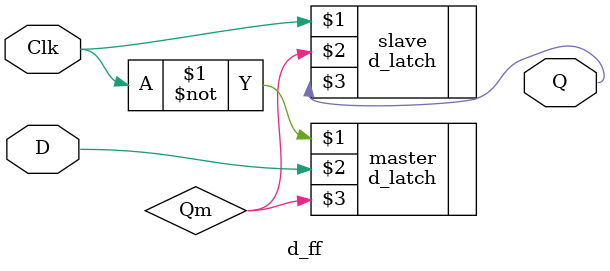
<source format=v>
module part3 (SW, LEDR);
  input [1:0] SW;
  output [1:0] LEDR;
  
  assign LEDR[1] = 0;
  
  wire Q;

  d_ff D0 (SW[1], SW[0], LEDR[0]);
endmodule

module d_ff (Clk, D, Q);
	input Clk, D;
	output Q;
	
	wire Qm;
	
	d_latch master (~Clk, D, Qm);
	d_latch slave (Clk, Qm, Q);
endmodule
</source>
